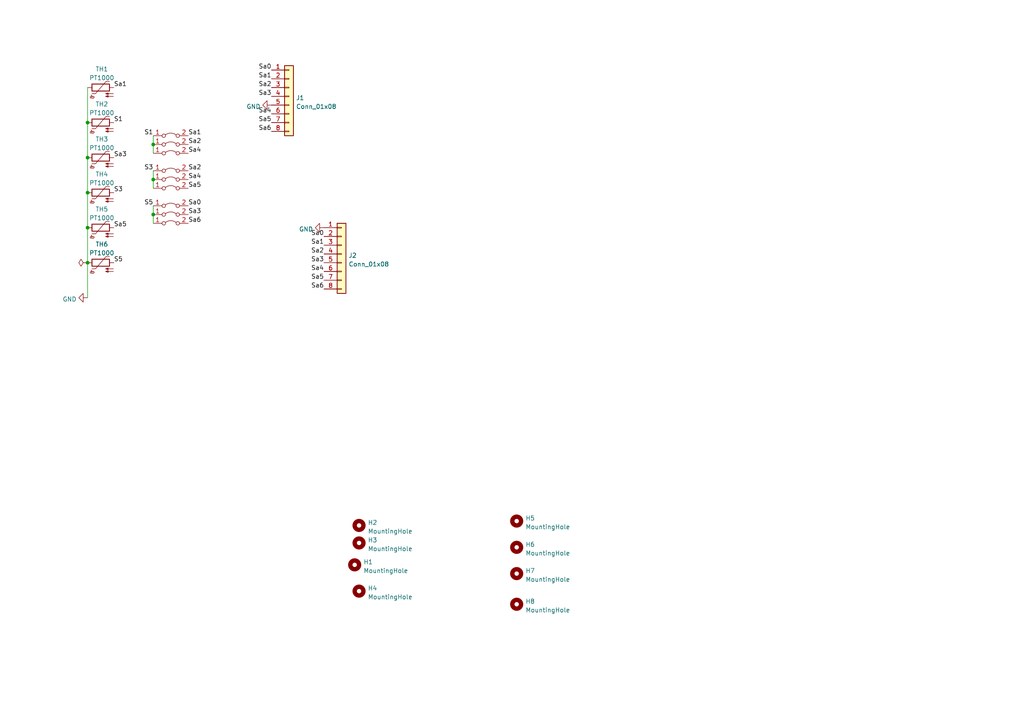
<source format=kicad_sch>
(kicad_sch (version 20231120) (generator "eeschema") (generator_version "8.0")
  (paper "A4")
  (lib_symbols
    (symbol "Connector_Generic:Conn_01x08" (pin_names (offset 1.016) hide)
      (property "Reference" "J" (at 0 10.16 0))
      (property "Value" "Conn_01x08" (at 0 -12.7 0))
      (symbol "Conn_01x08_1_1"
        (rectangle (start -1.27 -10.033) (end 0 -10.287) (stroke (width 0.1524)))
        (rectangle (start -1.27 -7.493) (end 0 -7.747) (stroke (width 0.1524)))
        (rectangle (start -1.27 -4.953) (end 0 -5.207) (stroke (width 0.1524)))
        (rectangle (start -1.27 -2.413) (end 0 -2.667) (stroke (width 0.1524)))
        (rectangle (start -1.27 0.127) (end 0 -0.127) (stroke (width 0.1524)))
        (rectangle (start -1.27 2.667) (end 0 2.413) (stroke (width 0.1524)))
        (rectangle (start -1.27 5.207) (end 0 4.953) (stroke (width 0.1524)))
        (rectangle (start -1.27 7.747) (end 0 7.493) (stroke (width 0.1524)))
        (rectangle (start -1.27 8.89) (end 1.27 -11.43) (stroke (width 0.254)) (fill (type background)))
        (pin passive line (at -5.08 7.62 0) (length 3.81) (name "Pin_1") (number "1"))
        (pin passive line (at -5.08 5.08 0) (length 3.81) (name "Pin_2") (number "2"))
        (pin passive line (at -5.08 2.54 0) (length 3.81) (name "Pin_3") (number "3"))
        (pin passive line (at -5.08 0 0) (length 3.81) (name "Pin_4") (number "4"))
        (pin passive line (at -5.08 -2.54 0) (length 3.81) (name "Pin_5") (number "5"))
        (pin passive line (at -5.08 -5.08 0) (length 3.81) (name "Pin_6") (number "6"))
        (pin passive line (at -5.08 -7.62 0) (length 3.81) (name "Pin_7") (number "7"))
        (pin passive line (at -5.08 -10.16 0) (length 3.81) (name "Pin_8") (number "8"))
      )
    )
    (symbol "Jumper:Jumper_2_Bridged" (pin_names (offset 0) hide)
      (property "Reference" "JP" (at 0 1.905 0))
      (property "Value" "Jumper_2_Bridged" (at 0 -2.54 0))
      (symbol "Jumper_2_Bridged_0_0"
        (circle (center -2.032 0) (radius 0.508))
        (circle (center 2.032 0) (radius 0.508))
      )
      (symbol "Jumper_2_Bridged_0_1"
        (arc (start 1.524 0.254) (mid 0 0.762) (end -1.524 0.254))
      )
      (symbol "Jumper_2_Bridged_1_1"
        (pin passive line (at -5.08 0 0) (length 2.54) (name "A") (number "1"))
        (pin passive line (at 5.08 0 180) (length 2.54) (name "B") (number "2"))
      )
    )
    (symbol "Mechanical:MountingHole" (pin_names (offset 1.016))
      (property "Reference" "H" (at 0 5.08 0))
      (property "Value" "MountingHole" (at 0 3.175 0))
      (symbol "MountingHole_0_1"
        (circle (center 0 0) (radius 1.27) (stroke (width 1.27)))
      )
    )
    (symbol "Sensor_Temperature:PT1000" (pin_numbers hide) (pin_names (offset 0))
      (property "Reference" "TH" (at -4.445 0 90))
      (property "Value" "PT1000" (at 3.175 0 90))
      (symbol "PT1000_0_1"
        (arc (start -3.048 2.159) (mid -3.0495 2.3143) (end -3.175 2.413))
        (arc (start -3.048 2.159) (mid -2.9736 1.9794) (end -2.794 1.905))
        (arc (start -3.048 2.794) (mid -2.9736 2.6144) (end -2.794 2.54))
        (arc (start -2.794 1.905) (mid -2.6144 1.9794) (end -2.54 2.159))
        (arc (start -2.794 2.54) (mid -2.4393 2.5587) (end -2.159 2.794))
        (arc (start -2.794 3.048) (mid -2.9736 2.9736) (end -3.048 2.794))
        (arc (start -2.54 2.794) (mid -2.6144 2.9736) (end -2.794 3.048))
        (rectangle (start -1.016 2.54) (end 1.016 -2.54) (stroke (width 0.254)))
        (polyline (pts (xy -2.54 2.159) (xy -2.54 2.794)))
        (polyline (pts (xy -1.778 2.54) (xy -1.778 1.524) (xy 1.778 -1.524) (xy 1.778 -2.54)))
        (polyline (pts (xy -2.54 -3.683) (xy -2.54 -1.397) (xy -2.794 -2.159) (xy -2.286 -2.159) (xy -2.54 -1.397) (xy -2.54 -1.651)) (fill (type outline)))
        (polyline (pts (xy -1.778 -3.683) (xy -1.778 -1.397) (xy -2.032 -2.159) (xy -1.524 -2.159) (xy -1.778 -1.397) (xy -1.778 -1.651)) (fill (type outline)))
      )
      (symbol "PT1000_1_1"
        (pin passive line (at 0 3.81 270) (length 1.27) (name "~") (number "1"))
        (pin passive line (at 0 -3.81 90) (length 1.27) (name "~") (number "2"))
      )
    )
    (symbol "power:GND" (power) (pin_names (offset 0))
      (property "Value" "GND" (at 0 -3.81 0))
      (symbol "GND_0_1"
        (polyline (pts (xy 0 0) (xy 0 -1.27) (xy 1.27 -1.27) (xy 0 -2.54) (xy -1.27 -1.27) (xy 0 -1.27)))
      )
      (symbol "GND_1_1"
        (pin power_in line (at 0 0 270) (length 0) hide (name "GND") (number "1"))
      )
    )
    (symbol "power:PWR_FLAG" (power) (pin_numbers hide) (pin_names (offset 0) hide)
      (property "Value" "PWR_FLAG" (at 0 3.81 0))
      (symbol "PWR_FLAG_0_0"
        (pin power_out line (at 0 0 90) (length 0) (name "pwr") (number "1"))
      )
      (symbol "PWR_FLAG_0_1"
        (polyline (pts (xy 0 0) (xy 0 1.27) (xy -1.016 1.905) (xy 0 2.54) (xy 1.016 1.905) (xy 0 1.27)))
      )
    )
  )
  (junction (at 25.4 35.56))
  (junction (at 25.4 55.88))
  (junction (at 25.4 66.04))
  (junction (at 44.45 62.23))
  (junction (at 44.45 52.07))
  (junction (at 44.45 41.91))
  (junction (at 25.4 76.2))
  (junction (at 25.4 45.72))
  (wire (pts (xy 25.4 86.36) (xy 25.4 76.2)))
  (wire (pts (xy 25.4 45.72) (xy 25.4 35.56)))
  (wire (pts (xy 44.45 49.53) (xy 44.45 52.07)))
  (wire (pts (xy 25.4 55.88) (xy 25.4 45.72)))
  (wire (pts (xy 44.45 39.37) (xy 44.45 41.91)))
  (wire (pts (xy 25.4 35.56) (xy 25.4 25.4)))
  (wire (pts (xy 44.45 59.69) (xy 44.45 62.23)))
  (wire (pts (xy 25.4 76.2) (xy 25.4 66.04)))
  (wire (pts (xy 44.45 41.91) (xy 44.45 44.45)))
  (wire (pts (xy 44.45 52.07) (xy 44.45 54.61)))
  (wire (pts (xy 44.45 62.23) (xy 44.45 64.77)))
  (wire (pts (xy 25.4 66.04) (xy 25.4 55.88)))
  (label "S3" (at 33.02 55.88 0))
  (label "Sa5" (at 78.74 35.56 180))
  (label "Sa6" (at 93.98 83.82 180))
  (label "Sa2" (at 54.61 41.91 0))
  (label "Sa3" (at 93.98 76.2 180))
  (label "Sa4" (at 78.74 33.02 180))
  (label "S5" (at 44.45 59.69 180))
  (label "Sa3" (at 54.61 62.23 0))
  (label "Sa5" (at 33.02 66.04 0))
  (label "Sa0" (at 54.61 59.69 0))
  (label "Sa1" (at 54.61 39.37 0))
  (label "Sa4" (at 93.98 78.74 180))
  (label "Sa5" (at 93.98 81.28 180))
  (label "Sa2" (at 54.61 49.53 0))
  (label "Sa6" (at 54.61 64.77 0))
  (label "Sa6" (at 78.74 38.1 180))
  (label "Sa1" (at 33.02 25.4 0))
  (label "S5" (at 33.02 76.2 0))
  (label "Sa4" (at 54.61 44.45 0))
  (label "Sa1" (at 78.74 22.86 180))
  (label "S1" (at 33.02 35.56 0))
  (label "Sa5" (at 54.61 54.61 0))
  (label "Sa0" (at 93.98 68.58 180))
  (label "S3" (at 44.45 49.53 180))
  (label "Sa3" (at 33.02 45.72 0))
  (label "Sa2" (at 93.98 73.66 180))
  (label "S1" (at 44.45 39.37 180))
  (label "Sa2" (at 78.74 25.4 180))
  (label "Sa0" (at 78.74 20.32 180))
  (label "Sa4" (at 54.61 52.07 0))
  (label "Sa1" (at 93.98 71.12 180))
  (label "Sa3" (at 78.74 27.94 180))
  (symbol (lib_id "Mechanical:MountingHole") (at 104.14 157.48 0) (unit 1)
    (property "Reference" "H3" (at 106.68 156.6453 0) (effects (justify left)))
    (property "Value" "MountingHole" (at 106.68 159.1822 0) (effects (justify left)))
    (property "Footprint" "MountingHole:MountingHole_2mm" (effects (hide yes)))
  )
  (symbol (lib_id "power:GND") (at 78.74 30.48 270) (unit 1)
    (property "Reference" "#PWR0101" (effects (hide yes)))
    (property "Value" "GND" (at 75.5651 30.9138 90) (effects (justify right)))
  )
  (symbol (lib_id "Jumper:Jumper_2_Bridged") (at 49.53 49.53 0) (unit 1)
    (property "Reference" "JP4" (effects (hide yes)))
    (property "Value" "2" (effects (hide yes)))
    (property "Footprint" "Jumper:SolderJumper-2_P1.3mm_Open_TrianglePad1.0x1.5mm" (effects (hide yes)))
  )
  (symbol (lib_id "Mechanical:MountingHole") (at 149.86 151.13 0) (unit 1)
    (property "Reference" "H5" (at 152.4 150.2953 0) (effects (justify left)))
    (property "Value" "MountingHole" (at 152.4 152.8322 0) (effects (justify left)))
    (property "Footprint" "MountingHole:MountingHole_3.2mm_M3" (effects (hide yes)))
  )
  (symbol (lib_id "Sensor_Temperature:PT1000") (at 29.21 76.2 90) (unit 1)
    (property "Reference" "TH6" (at 29.5275 70.8492 90))
    (property "Value" "PT1000" (at 29.5275 73.3861 90))
    (property "Footprint" "Connector_PinSocket_2.00mm:PinSocket_1x02_P2.00mm_Vertical" (effects (hide yes)))
    (property "Datasheet" "https://www.heraeus.com/media/media/group/doc_group/products_1/hst/sot_to/de_15/to_92_d.pdf" (effects (hide yes)))
  )
  (symbol (lib_id "Mechanical:MountingHole") (at 149.86 175.26 0) (unit 1)
    (property "Reference" "H8" (at 152.4 174.4253 0) (effects (justify left)))
    (property "Value" "MountingHole" (at 152.4 176.9622 0) (effects (justify left)))
    (property "Footprint" "MountingHole:MountingHole_3.2mm_M3" (effects (hide yes)))
  )
  (symbol (lib_id "Jumper:Jumper_2_Bridged") (at 49.53 41.91 0) (unit 1)
    (property "Reference" "JP2" (effects (hide yes)))
    (property "Value" "2" (effects (hide yes)))
    (property "Footprint" "Jumper:SolderJumper-2_P1.3mm_Open_TrianglePad1.0x1.5mm" (effects (hide yes)))
  )
  (symbol (lib_id "Jumper:Jumper_2_Bridged") (at 49.53 64.77 0) (unit 1)
    (property "Reference" "JP9" (effects (hide yes)))
    (property "Value" "6" (effects (hide yes)))
    (property "Footprint" "Jumper:SolderJumper-2_P1.3mm_Open_TrianglePad1.0x1.5mm" (effects (hide yes)))
  )
  (symbol (lib_id "power:GND") (at 93.98 66.04 270) (unit 1)
    (property "Reference" "#PWR0102" (effects (hide yes)))
    (property "Value" "GND" (at 90.8051 66.4738 90) (effects (justify right)))
  )
  (symbol (lib_id "Jumper:Jumper_2_Bridged") (at 49.53 44.45 0) (unit 1)
    (property "Reference" "JP3" (effects (hide yes)))
    (property "Value" "4" (effects (hide yes)))
    (property "Footprint" "Jumper:SolderJumper-2_P1.3mm_Open_TrianglePad1.0x1.5mm" (effects (hide yes)))
  )
  (symbol (lib_id "Jumper:Jumper_2_Bridged") (at 49.53 52.07 0) (unit 1)
    (property "Reference" "JP5" (effects (hide yes)))
    (property "Value" "4" (effects (hide yes)))
    (property "Footprint" "Jumper:SolderJumper-2_P1.3mm_Open_TrianglePad1.0x1.5mm" (effects (hide yes)))
  )
  (symbol (lib_id "Jumper:Jumper_2_Bridged") (at 49.53 62.23 0) (unit 1)
    (property "Reference" "JP8" (effects (hide yes)))
    (property "Value" "3" (effects (hide yes)))
    (property "Footprint" "Jumper:SolderJumper-2_P1.3mm_Open_TrianglePad1.0x1.5mm" (effects (hide yes)))
  )
  (symbol (lib_id "power:PWR_FLAG") (at 25.4 76.2 90) (unit 1)
    (property "Reference" "#FLG0101" (effects (hide yes)))
    (property "Value" "PWR_FLAG" (effects (hide yes)))
  )
  (symbol (lib_id "Mechanical:MountingHole") (at 102.87 163.83 0) (unit 1)
    (property "Reference" "H1" (at 105.41 162.9953 0) (effects (justify left)))
    (property "Value" "MountingHole" (at 105.41 165.5322 0) (effects (justify left)))
    (property "Footprint" "MountingHole:MountingHole_2mm" (effects (hide yes)))
  )
  (symbol (lib_id "Connector_Generic:Conn_01x08") (at 83.82 27.94 0) (unit 1)
    (property "Reference" "J1" (at 85.852 28.3753 0) (effects (justify left)))
    (property "Value" "Conn_01x08" (at 85.852 30.9122 0) (effects (justify left)))
    (property "Footprint" "J8:avia8" (effects (hide yes)))
  )
  (symbol (lib_id "Mechanical:MountingHole") (at 104.14 171.45 0) (unit 1)
    (property "Reference" "H4" (at 106.68 170.6153 0) (effects (justify left)))
    (property "Value" "MountingHole" (at 106.68 173.1522 0) (effects (justify left)))
    (property "Footprint" "MountingHole:MountingHole_2mm" (effects (hide yes)))
  )
  (symbol (lib_id "Mechanical:MountingHole") (at 149.86 166.37 0) (unit 1)
    (property "Reference" "H7" (at 152.4 165.5353 0) (effects (justify left)))
    (property "Value" "MountingHole" (at 152.4 168.0722 0) (effects (justify left)))
    (property "Footprint" "MountingHole:MountingHole_3.2mm_M3" (effects (hide yes)))
  )
  (symbol (lib_id "Connector_Generic:Conn_01x08") (at 99.06 73.66 0) (unit 1)
    (property "Reference" "J2" (at 101.092 74.0953 0) (effects (justify left)))
    (property "Value" "Conn_01x08" (at 101.092 76.6322 0) (effects (justify left)))
    (property "Footprint" "Connector_PinHeader_2.00mm:PinHeader_1x08_P2.00mm_Vertical" (effects (hide yes)))
  )
  (symbol (lib_id "Jumper:Jumper_2_Bridged") (at 49.53 54.61 0) (unit 1)
    (property "Reference" "JP6" (effects (hide yes)))
    (property "Value" "5" (effects (hide yes)))
    (property "Footprint" "Jumper:SolderJumper-2_P1.3mm_Open_TrianglePad1.0x1.5mm" (effects (hide yes)))
  )
  (symbol (lib_id "Jumper:Jumper_2_Bridged") (at 49.53 39.37 0) (unit 1)
    (property "Reference" "JP1" (effects (hide yes)))
    (property "Value" "1" (effects (hide yes)))
    (property "Footprint" "Jumper:SolderJumper-2_P1.3mm_Open_TrianglePad1.0x1.5mm" (effects (hide yes)))
  )
  (symbol (lib_id "Sensor_Temperature:PT1000") (at 29.21 25.4 90) (unit 1)
    (property "Reference" "TH1" (at 29.5275 20.0492 90))
    (property "Value" "PT1000" (at 29.5275 22.5861 90))
    (property "Footprint" "Connector_PinSocket_2.00mm:PinSocket_1x02_P2.00mm_Vertical" (effects (hide yes)))
    (property "Datasheet" "https://www.heraeus.com/media/media/group/doc_group/products_1/hst/sot_to/de_15/to_92_d.pdf" (effects (hide yes)))
  )
  (symbol (lib_id "Sensor_Temperature:PT1000") (at 29.21 45.72 90) (unit 1)
    (property "Reference" "TH3" (at 29.5275 40.3692 90))
    (property "Value" "PT1000" (at 29.5275 42.9061 90))
    (property "Footprint" "Connector_PinSocket_2.00mm:PinSocket_1x02_P2.00mm_Vertical" (effects (hide yes)))
    (property "Datasheet" "https://www.heraeus.com/media/media/group/doc_group/products_1/hst/sot_to/de_15/to_92_d.pdf" (effects (hide yes)))
  )
  (symbol (lib_id "Jumper:Jumper_2_Bridged") (at 49.53 59.69 0) (unit 1)
    (property "Reference" "JP7" (effects (hide yes)))
    (property "Value" "0" (effects (hide yes)))
    (property "Footprint" "Jumper:SolderJumper-2_P1.3mm_Open_TrianglePad1.0x1.5mm" (effects (hide yes)))
  )
  (symbol (lib_id "power:GND") (at 25.4 86.36 270) (unit 1)
    (property "Reference" "#PWR01" (effects (hide yes)))
    (property "Value" "GND" (at 22.2251 86.7938 90) (effects (justify right)))
  )
  (symbol (lib_id "Mechanical:MountingHole") (at 104.14 152.4 0) (unit 1)
    (property "Reference" "H2" (at 106.68 151.5653 0) (effects (justify left)))
    (property "Value" "MountingHole" (at 106.68 154.1022 0) (effects (justify left)))
    (property "Footprint" "MountingHole:MountingHole_2mm" (effects (hide yes)))
  )
  (symbol (lib_id "Sensor_Temperature:PT1000") (at 29.21 66.04 90) (unit 1)
    (property "Reference" "TH5" (at 29.5275 60.6892 90))
    (property "Value" "PT1000" (at 29.5275 63.2261 90))
    (property "Footprint" "Connector_PinSocket_2.00mm:PinSocket_1x02_P2.00mm_Vertical" (effects (hide yes)))
    (property "Datasheet" "https://www.heraeus.com/media/media/group/doc_group/products_1/hst/sot_to/de_15/to_92_d.pdf" (effects (hide yes)))
  )
  (symbol (lib_id "Sensor_Temperature:PT1000") (at 29.21 55.88 90) (unit 1)
    (property "Reference" "TH4" (at 29.5275 50.5292 90))
    (property "Value" "PT1000" (at 29.5275 53.0661 90))
    (property "Footprint" "Connector_PinSocket_2.00mm:PinSocket_1x02_P2.00mm_Vertical" (effects (hide yes)))
    (property "Datasheet" "https://www.heraeus.com/media/media/group/doc_group/products_1/hst/sot_to/de_15/to_92_d.pdf" (effects (hide yes)))
  )
  (symbol (lib_id "Mechanical:MountingHole") (at 149.86 158.75 0) (unit 1)
    (property "Reference" "H6" (at 152.4 157.9153 0) (effects (justify left)))
    (property "Value" "MountingHole" (at 152.4 160.4522 0) (effects (justify left)))
    (property "Footprint" "MountingHole:MountingHole_3.2mm_M3" (effects (hide yes)))
  )
  (symbol (lib_id "Sensor_Temperature:PT1000") (at 29.21 35.56 90) (unit 1)
    (property "Reference" "TH2" (at 29.5275 30.2092 90))
    (property "Value" "PT1000" (at 29.5275 32.7461 90))
    (property "Footprint" "Connector_PinSocket_2.00mm:PinSocket_1x02_P2.00mm_Vertical" (effects (hide yes)))
    (property "Datasheet" "https://www.heraeus.com/media/media/group/doc_group/products_1/hst/sot_to/de_15/to_92_d.pdf" (effects (hide yes)))
  )
)
</source>
